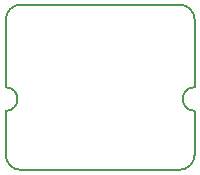
<source format=gbr>
%TF.GenerationSoftware,KiCad,Pcbnew,(5.1.5)-3*%
%TF.CreationDate,2020-04-25T09:08:57+02:00*%
%TF.ProjectId,SlimMPX,536c696d-4d50-4582-9e6b-696361645f70,rev?*%
%TF.SameCoordinates,Original*%
%TF.FileFunction,Profile,NP*%
%FSLAX46Y46*%
G04 Gerber Fmt 4.6, Leading zero omitted, Abs format (unit mm)*
G04 Created by KiCad (PCBNEW (5.1.5)-3) date 2020-04-25 09:08:57*
%MOMM*%
%LPD*%
G04 APERTURE LIST*
%ADD10C,0.150000*%
G04 APERTURE END LIST*
D10*
X100000000Y-109000000D02*
G75*
G02X100000000Y-111000000I0J-1000000D01*
G01*
X116000000Y-111000000D02*
G75*
G02X116000000Y-109000000I0J1000000D01*
G01*
X101300000Y-116000000D02*
G75*
G02X100000000Y-114700000I0J1300000D01*
G01*
X116000000Y-114700000D02*
G75*
G02X114700000Y-116000000I-1300000J0D01*
G01*
X114700000Y-116000000D02*
X101300000Y-116000000D01*
X114700000Y-102000000D02*
G75*
G02X116000000Y-103300000I0J-1300000D01*
G01*
X100000000Y-103300000D02*
G75*
G02X101300000Y-102000000I1300000J0D01*
G01*
X100000000Y-114700000D02*
X100000000Y-111000000D01*
X116000000Y-111000000D02*
X116000000Y-114700000D01*
X116000000Y-103300000D02*
X116000000Y-109000000D01*
X101300000Y-102000000D02*
X114700000Y-102000000D01*
X100000000Y-103300000D02*
X100000000Y-109000000D01*
M02*

</source>
